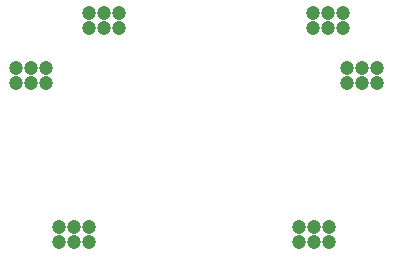
<source format=gbs>
G04*
G04 #@! TF.GenerationSoftware,Altium Limited,Altium Designer,20.1.8 (145)*
G04*
G04 Layer_Color=16711935*
%FSTAX43Y43*%
%MOMM*%
G71*
G04*
G04 #@! TF.SameCoordinates,1A71404B-DE1A-40CA-A37D-A03955D0C46C*
G04*
G04*
G04 #@! TF.FilePolarity,Negative*
G04*
G01*
G75*
%ADD24C,1.200*%
D24*
X0108718Y0106581D02*
D03*
Y0105311D02*
D03*
X0109988Y0106581D02*
D03*
Y0105311D02*
D03*
X0111258Y0106581D02*
D03*
Y0105311D02*
D03*
X0105912Y0109969D02*
D03*
Y0111239D02*
D03*
X0107182Y0109969D02*
D03*
Y0111239D02*
D03*
X0108452Y0109969D02*
D03*
Y0111239D02*
D03*
X0107267Y0093169D02*
D03*
Y0091899D02*
D03*
X0105997Y0093169D02*
D03*
Y0091899D02*
D03*
X0104727Y0093169D02*
D03*
Y0091899D02*
D03*
X0086912Y0109969D02*
D03*
Y0111239D02*
D03*
X0088182Y0109969D02*
D03*
Y0111239D02*
D03*
X0089452Y0109969D02*
D03*
Y0111239D02*
D03*
X0086932Y0093169D02*
D03*
Y0091899D02*
D03*
X0085662Y0093169D02*
D03*
Y0091899D02*
D03*
X0084392Y0093169D02*
D03*
Y0091899D02*
D03*
X0080766Y0106581D02*
D03*
Y0105311D02*
D03*
X0082036Y0106581D02*
D03*
Y0105311D02*
D03*
X0083306Y0106581D02*
D03*
Y0105311D02*
D03*
M02*

</source>
